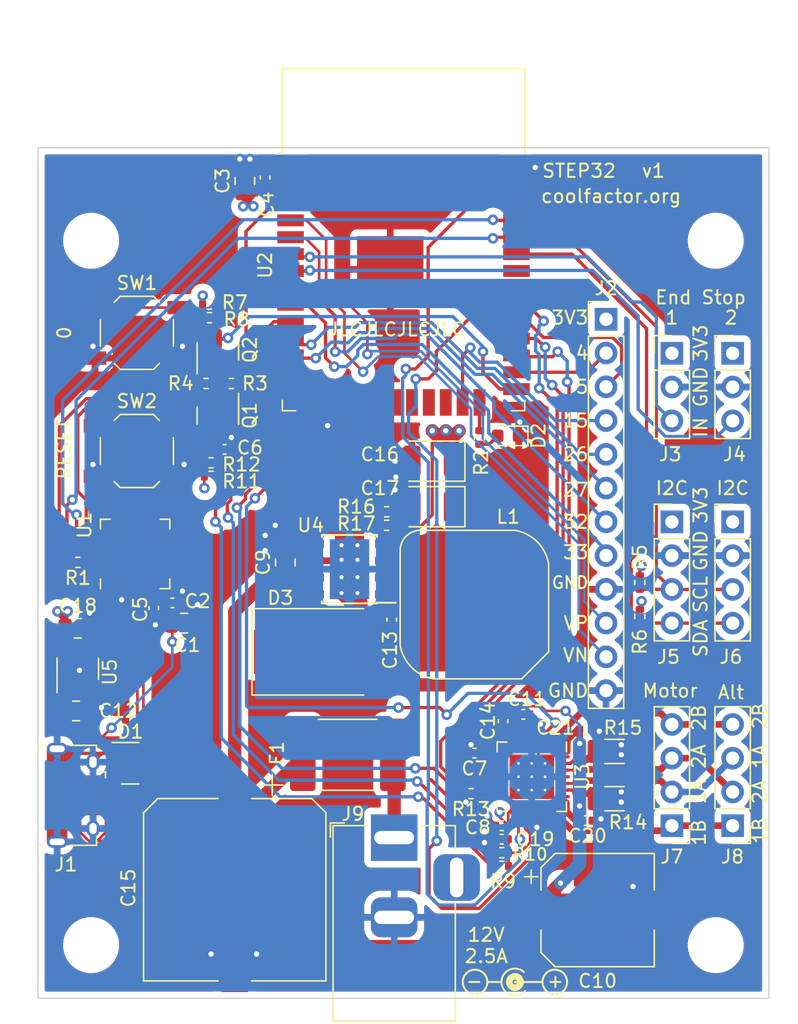
<source format=kicad_pcb>
(kicad_pcb (version 20211014) (generator pcbnew)

  (general
    (thickness 1.5954)
  )

  (paper "A4")
  (layers
    (0 "F.Cu" signal)
    (1 "In1.Cu" signal)
    (2 "In2.Cu" signal)
    (31 "B.Cu" signal)
    (32 "B.Adhes" user "B.Adhesive")
    (33 "F.Adhes" user "F.Adhesive")
    (34 "B.Paste" user)
    (35 "F.Paste" user)
    (36 "B.SilkS" user "B.Silkscreen")
    (37 "F.SilkS" user "F.Silkscreen")
    (38 "B.Mask" user)
    (39 "F.Mask" user)
    (40 "Dwgs.User" user "User.Drawings")
    (41 "Cmts.User" user "User.Comments")
    (42 "Eco1.User" user "User.Eco1")
    (43 "Eco2.User" user "User.Eco2")
    (44 "Edge.Cuts" user)
    (45 "Margin" user)
    (46 "B.CrtYd" user "B.Courtyard")
    (47 "F.CrtYd" user "F.Courtyard")
    (48 "B.Fab" user)
    (49 "F.Fab" user)
    (50 "User.1" user)
    (51 "User.2" user)
    (52 "User.3" user)
    (53 "User.4" user)
    (54 "User.5" user)
    (55 "User.6" user)
    (56 "User.7" user)
    (57 "User.8" user)
    (58 "User.9" user)
  )

  (setup
    (stackup
      (layer "F.SilkS" (type "Top Silk Screen") (color "White"))
      (layer "F.Paste" (type "Top Solder Paste"))
      (layer "F.Mask" (type "Top Solder Mask") (color "Green") (thickness 0.0127))
      (layer "F.Cu" (type "copper") (thickness 0.035))
      (layer "dielectric 1" (type "prepreg") (thickness 0.1) (material "Prepreg 2313") (epsilon_r 4.05) (loss_tangent 0.02))
      (layer "In1.Cu" (type "copper") (thickness 0.0175))
      (layer "dielectric 2" (type "core") (thickness 1.265) (material "FR4") (epsilon_r 4.6) (loss_tangent 0.02))
      (layer "In2.Cu" (type "copper") (thickness 0.0175))
      (layer "dielectric 3" (type "prepreg") (thickness 0.1) (material "Prepreg 2313") (epsilon_r 4.05) (loss_tangent 0.02))
      (layer "B.Cu" (type "copper") (thickness 0.035))
      (layer "B.Mask" (type "Bottom Solder Mask") (color "Green") (thickness 0.0127))
      (layer "B.Paste" (type "Bottom Solder Paste"))
      (layer "B.SilkS" (type "Bottom Silk Screen") (color "White"))
      (copper_finish "HAL lead-free")
      (dielectric_constraints yes)
    )
    (pad_to_mask_clearance 0)
    (grid_origin 156.21 114.554)
    (pcbplotparams
      (layerselection 0x00010fc_ffffffff)
      (disableapertmacros false)
      (usegerberextensions true)
      (usegerberattributes true)
      (usegerberadvancedattributes true)
      (creategerberjobfile true)
      (svguseinch false)
      (svgprecision 6)
      (excludeedgelayer true)
      (plotframeref false)
      (viasonmask false)
      (mode 1)
      (useauxorigin false)
      (hpglpennumber 1)
      (hpglpenspeed 20)
      (hpglpendiameter 15.000000)
      (dxfpolygonmode true)
      (dxfimperialunits true)
      (dxfusepcbnewfont true)
      (psnegative false)
      (psa4output false)
      (plotreference true)
      (plotvalue true)
      (plotinvisibletext false)
      (sketchpadsonfab false)
      (subtractmaskfromsilk false)
      (outputformat 1)
      (mirror false)
      (drillshape 0)
      (scaleselection 1)
      (outputdirectory "gerber")
    )
  )

  (net 0 "")
  (net 1 "VBUS")
  (net 2 "GND")
  (net 3 "+3V3")
  (net 4 "Net-(C5-Pad1)")
  (net 5 "EN")
  (net 6 "Net-(C7-Pad1)")
  (net 7 "+12V")
  (net 8 "Net-(C11-Pad1)")
  (net 9 "Net-(C11-Pad2)")
  (net 10 "Net-(C13-Pad1)")
  (net 11 "Net-(C13-Pad2)")
  (net 12 "Net-(C14-Pad1)")
  (net 13 "D+")
  (net 14 "D-")
  (net 15 "Net-(D2-Pad2)")
  (net 16 "Net-(F1-Pad2)")
  (net 17 "unconnected-(J1-Pad4)")
  (net 18 "IO4")
  (net 19 "IO5")
  (net 20 "IO15")
  (net 21 "IO26")
  (net 22 "IO27")
  (net 23 "IO32")
  (net 24 "IO33")
  (net 25 "SENSOR_VP")
  (net 26 "SENSOR_VN")
  (net 27 "END1")
  (net 28 "END2")
  (net 29 "SCL")
  (net 30 "SDA")
  (net 31 "Net-(J7-Pad1)")
  (net 32 "Net-(J7-Pad2)")
  (net 33 "Net-(J7-Pad3)")
  (net 34 "Net-(J7-Pad4)")
  (net 35 "Net-(Q1-Pad1)")
  (net 36 "RTS")
  (net 37 "Net-(Q2-Pad1)")
  (net 38 "DTR")
  (net 39 "IO0")
  (net 40 "Net-(R1-Pad1)")
  (net 41 "RX")
  (net 42 "Net-(R2-Pad1)")
  (net 43 "Net-(R8-Pad2)")
  (net 44 "DAC")
  (net 45 "Net-(C19-Pad1)")
  (net 46 "Net-(R12-Pad2)")
  (net 47 "Net-(R13-Pad1)")
  (net 48 "Net-(R14-Pad1)")
  (net 49 "Net-(R15-Pad1)")
  (net 50 "Net-(R16-Pad2)")
  (net 51 "unconnected-(U1-Pad1)")
  (net 52 "unconnected-(U1-Pad2)")
  (net 53 "unconnected-(U1-Pad9)")
  (net 54 "unconnected-(U1-Pad10)")
  (net 55 "unconnected-(U1-Pad11)")
  (net 56 "unconnected-(U1-Pad12)")
  (net 57 "unconnected-(U1-Pad13)")
  (net 58 "unconnected-(U1-Pad14)")
  (net 59 "unconnected-(U1-Pad15)")
  (net 60 "unconnected-(U1-Pad16)")
  (net 61 "unconnected-(U1-Pad17)")
  (net 62 "unconnected-(U1-Pad18)")
  (net 63 "unconnected-(U1-Pad19)")
  (net 64 "unconnected-(U1-Pad20)")
  (net 65 "unconnected-(U1-Pad21)")
  (net 66 "unconnected-(U1-Pad22)")
  (net 67 "unconnected-(U1-Pad23)")
  (net 68 "TX")
  (net 69 "unconnected-(U1-Pad27)")
  (net 70 "~{SLEEP}")
  (net 71 "~{RESET}")
  (net 72 "~{ENABLE}")
  (net 73 "unconnected-(U2-Pad17)")
  (net 74 "unconnected-(U2-Pad18)")
  (net 75 "unconnected-(U2-Pad19)")
  (net 76 "unconnected-(U2-Pad20)")
  (net 77 "unconnected-(U2-Pad21)")
  (net 78 "unconnected-(U2-Pad22)")
  (net 79 "MS1")
  (net 80 "MS2")
  (net 81 "MS3")
  (net 82 "DIR")
  (net 83 "unconnected-(U2-Pad32)")
  (net 84 "STEP")
  (net 85 "unconnected-(U3-Pad7)")
  (net 86 "unconnected-(U3-Pad20)")
  (net 87 "unconnected-(U3-Pad25)")
  (net 88 "unconnected-(U4-Pad2)")
  (net 89 "unconnected-(U4-Pad3)")
  (net 90 "unconnected-(U4-Pad5)")
  (net 91 "unconnected-(U5-Pad4)")
  (net 92 "unconnected-(J9-Pad3)")

  (footprint "Resistor_SMD:R_0402_1005Metric" (layer "F.Cu") (at 134.902 115.062))

  (footprint "Resistor_SMD:R_0402_1005Metric" (layer "F.Cu") (at 113.03 85.725))

  (footprint "Button_Switch_SMD:SW_SPST_TL3342" (layer "F.Cu") (at 107.442 83.82))

  (footprint "Package_DFN_QFN:QFN-28-1EP_5x5mm_P0.5mm_EP3.35x3.35mm_ThermalVias" (layer "F.Cu") (at 137.16 108.331 -90))

  (footprint "Resistor_SMD:R_1206_3216Metric" (layer "F.Cu") (at 143.383 106.426))

  (footprint "Capacitor_SMD:C_0402_1005Metric" (layer "F.Cu") (at 117.094 63.246 90))

  (footprint "Connector_PinHeader_2.54mm:PinHeader_1x04_P2.54mm_Vertical" (layer "F.Cu") (at 147.701 112.014 180))

  (footprint "Resistor_SMD:R_0402_1005Metric" (layer "F.Cu") (at 132.588 109.601 180))

  (footprint "Package_TO_SOT_SMD:SOT-23" (layer "F.Cu") (at 113.538 81.153 -90))

  (footprint "Capacitor_SMD:C_0402_1005Metric" (layer "F.Cu") (at 132.842 106.553 180))

  (footprint "MountingHole:MountingHole_3.2mm_M3" (layer "F.Cu") (at 104 68))

  (footprint "Connector_PinHeader_2.54mm:PinHeader_1x03_P2.54mm_Vertical" (layer "F.Cu") (at 147.701 76.469))

  (footprint "Package_TO_SOT_SMD:SOT-143" (layer "F.Cu") (at 106.934 107.315))

  (footprint "Package_TO_SOT_SMD:SOT-23" (layer "F.Cu") (at 113.538 76.327 90))

  (footprint "Capacitor_SMD:C_0402_1005Metric" (layer "F.Cu") (at 141.224 104.775))

  (footprint "MountingHole:MountingHole_3.2mm_M3" (layer "F.Cu") (at 104 121))

  (footprint "Connector_PinHeader_2.54mm:PinHeader_1x12_P2.54mm_Vertical" (layer "F.Cu") (at 142.748 73.909))

  (footprint "Connector_PinHeader_2.54mm:PinHeader_1x03_P2.54mm_Vertical" (layer "F.Cu") (at 152.273 76.469))

  (footprint "MountingHole:MountingHole_3.2mm_M3" (layer "F.Cu") (at 151 121))

  (footprint "Connector_PinHeader_2.54mm:PinHeader_1x04_P2.54mm_Vertical" (layer "F.Cu") (at 152.273 89.154))

  (footprint "Button_Switch_SMD:SW_SPST_TL3342" (layer "F.Cu") (at 107.442 74.93))

  (footprint "Capacitor_SMD:C_0805_2012Metric" (layer "F.Cu") (at 115.57 63.5 90))

  (footprint "Resistor_SMD:R_0402_1005Metric" (layer "F.Cu") (at 145.288 93.716 -90))

  (footprint "Resistor_SMD:R_0402_1005Metric" (layer "F.Cu") (at 133.223 82.804 -90))

  (footprint "Diode_SMD:D_SMC" (layer "F.Cu") (at 120.904 98.933))

  (footprint "Resistor_SMD:R_0402_1005Metric" (layer "F.Cu") (at 126.238 89.408 180))

  (footprint "Capacitor_SMD:C_0402_1005Metric" (layer "F.Cu") (at 126.619 96.52 -90))

  (footprint "Resistor_SMD:R_0402_1005Metric" (layer "F.Cu") (at 113.03 84.709 180))

  (footprint "Connector_PinHeader_2.54mm:PinHeader_1x04_P2.54mm_Vertical" (layer "F.Cu") (at 152.273 112.014 180))

  (footprint "Fuse:Fuse_2920_7451Metric" (layer "F.Cu") (at 123.317 106.68))

  (footprint "Symbol:Symbol_Barrel_Polarity" (layer "F.Cu") (at 135.89 123.698))

  (footprint "Resistor_SMD:R_0402_1005Metric" (layer "F.Cu") (at 134.902 114.046 180))

  (footprint "Connector_USB:USB_Micro-B_Amphenol_10118194_Horizontal" (layer "F.Cu") (at 102.743 109.728 -90))

  (footprint "Capacitor_Tantalum_SMD:CP_EIA-3528-21_Kemet-B" (layer "F.Cu") (at 129.667 84.582 180))

  (footprint "Resistor_SMD:R_0402_1005Metric" (layer "F.Cu") (at 126.238 88.392))

  (footprint "step32:CP_Elec_12.5x13.5" (layer "F.Cu") (at 114.808 116.83275 -90))

  (footprint "Resistor_SMD:R_0402_1005Metric" (layer "F.Cu") (at 102.997 92.202 180))

  (footprint "Connector_BarrelJack:BarrelJack_Horizontal" (layer "F.Cu") (at 126.8045 112.91025 90))

  (footprint "Resistor_SMD:R_0402_1005Metric" (layer "F.Cu") (at 112.903 73.787 180))

  (footprint "Capacitor_SMD:C_0805_2012Metric" (layer "F.Cu") (at 102.997 97.155))

  (footprint "Capacitor_SMD:C_0402_1005Metric" (layer "F.Cu") (at 110.109 95.25))

  (footprint "Capacitor_SMD:C_0402_1005Metric" (layer "F.Cu") (at 108.712 95.631 -90))

  (footprint "MountingHole:MountingHole_3.2mm_M3" (layer "F.Cu") (at 151 68))

  (footprint "Package_TO_SOT_SMD:SOT-23-5" (layer "F.Cu") (at 102.997 100.203 90))

  (footprint "Capacitor_Tantalum_SMD:CP_EIA-3528-21_Kemet-B" (layer "F.Cu") (at 129.667 88.011 180))

  (footprint "Connector_PinHeader_2.54mm:PinHeader_1x04_P2.54mm_Vertical" (layer "F.Cu") (at 147.701 89.154))

  (footprint "Capacitor_SMD:C_0402_1005Metric" (layer "F.Cu") (at 136.525 103.632 180))

  (footprint "step32:L_Sumida_CDRH103R_10x10mm" (layer "F.Cu") (at 132.842 95.377 90))

  (footprint "Resistor_SMD:R_0402_1005Metric" (layer "F.Cu") (at 112.903 72.771))

  (footprint "Capacitor_SMD:C_0805_2012Metric" (layer "F.Cu") (at 102.87 103.378))

  (footprint "Capacitor_SMD:C_0805_2012Metric" (layer "F.Cu")
    (tedit 5F68FEEE) (tstamp bbb287f9-e742-4ea6-82a7-72ed5597a094)
    (at 110.998 96.774)
    (descr "Capacitor SMD 0805 (2012 Metric), square (rectangular) end terminal, IPC_7351 nominal, (Body size source: IPC-SM-782 page 76, https://www.pcb-3d.com/wordpress/wp-content/uploads/ipc-sm-782a_amendment_1_and_2.pdf, https://docs.google.com/spreadsheets/d/1BsfQQcO9C6DZCsRaXUlFlo91Tg2WpOkGARC1WS5S8t0/edit?usp=sharing), generated with kicad-footprint-generator")
    (tags "capacitor")
    (property "MFR" "Samsung Electro-Mechanics")
    (property "MPN" "CL21A106KAYNNNE")
    (property "SPN" "C15850")
    (property "SPR" "JLC")
    (property "Sheetfile" "step32.kicad_sch")
    (property "Sheetname" "")
    (path "/af64d568-3b15-4b15-a33f-be8f65757789")
    (attr smd)
    (fp_text reference "C1" (at 0.254 1.651) (layer "F.SilkS")
      (effects (font (size 1 1) (thickness 0.15)))
      (tstamp 35c83bf7-0da8-4c97-8e2b-21ec2f83bb48)
    )
    (fp_text value "10u" (at 0 1.68) (layer "F.Fab")
      (effects (font (size 1 1) (thickness 0.15)))
      (tstamp 211e79a6-6972-48cd-90bb-032dc3533346)
    )
    (fp_text user "${REFERENCE}" (at 0 0) (layer "F.Fab")
      (effects (font (size 0.5 0.5) (thickness 0.08)))
      (tstamp 0651dc37-6591-4972-a160-e871bef28460)
    )
    (fp_line (start -0.261252 0.735) (end 0.261252 0.735) (layer "F.SilkS") (width 0.12) (ts
... [1253488 chars truncated]
</source>
